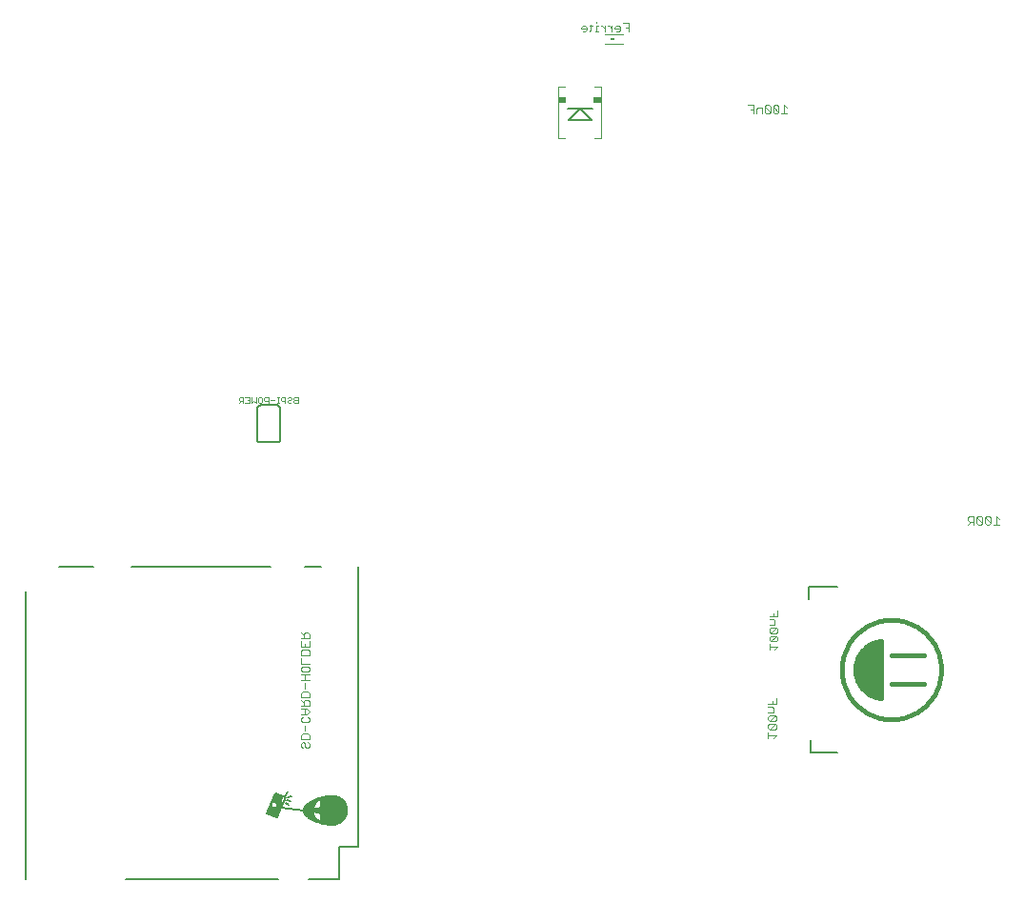
<source format=gbo>
G75*
G70*
%OFA0B0*%
%FSLAX24Y24*%
%IPPOS*%
%LPD*%
%AMOC8*
5,1,8,0,0,1.08239X$1,22.5*
%
%ADD10C,0.0050*%
%ADD11C,0.0080*%
%ADD12C,0.0040*%
%ADD13R,0.0270X0.0210*%
%ADD14C,0.0030*%
%ADD15R,0.0157X0.0079*%
%ADD16C,0.0028*%
%ADD17C,0.0160*%
%ADD18C,0.0060*%
%ADD19C,0.0020*%
D10*
X009350Y003172D02*
X009700Y003022D01*
X009850Y003372D01*
X010000Y003722D01*
X009650Y003872D01*
X009350Y003172D01*
X009390Y003172D02*
X009480Y003412D01*
X009560Y003352D01*
X009640Y003332D01*
X009710Y003382D01*
X009740Y003442D01*
X009730Y003522D01*
X009680Y003572D01*
X009600Y003612D01*
X009550Y003602D01*
X009660Y003842D01*
X009870Y003762D01*
X009790Y003582D01*
X009890Y003522D01*
X009690Y003052D01*
X009690Y003042D01*
X009390Y003172D01*
X009420Y003159D02*
X009736Y003159D01*
X009757Y003208D02*
X009404Y003208D01*
X009422Y003256D02*
X009777Y003256D01*
X009798Y003305D02*
X009440Y003305D01*
X009458Y003353D02*
X009559Y003353D01*
X009494Y003402D02*
X009476Y003402D01*
X009488Y003472D02*
X009490Y003493D01*
X009496Y003512D01*
X009505Y003531D01*
X009517Y003547D01*
X009533Y003561D01*
X009550Y003572D01*
X009569Y003580D01*
X009590Y003584D01*
X009610Y003584D01*
X009631Y003580D01*
X009650Y003572D01*
X009667Y003561D01*
X009683Y003547D01*
X009695Y003531D01*
X009704Y003512D01*
X009710Y003493D01*
X009712Y003472D01*
X009710Y003451D01*
X009704Y003432D01*
X009695Y003413D01*
X009683Y003397D01*
X009667Y003383D01*
X009650Y003372D01*
X009631Y003364D01*
X009610Y003360D01*
X009590Y003360D01*
X009569Y003364D01*
X009550Y003372D01*
X009533Y003383D01*
X009517Y003397D01*
X009505Y003413D01*
X009496Y003432D01*
X009490Y003451D01*
X009488Y003472D01*
X009633Y003596D02*
X009796Y003596D01*
X009820Y003582D02*
X009900Y003762D01*
X009861Y003742D02*
X009614Y003742D01*
X009636Y003790D02*
X009797Y003790D01*
X009840Y003693D02*
X009592Y003693D01*
X009570Y003644D02*
X009818Y003644D01*
X009820Y003582D02*
X009920Y003542D01*
X009880Y003499D02*
X009733Y003499D01*
X009739Y003450D02*
X009860Y003450D01*
X009839Y003402D02*
X009720Y003402D01*
X009670Y003353D02*
X009819Y003353D01*
X009850Y003372D02*
X010650Y003272D01*
X010680Y003256D02*
X010949Y003256D01*
X010970Y003256D02*
X012123Y003256D01*
X012118Y003208D02*
X011217Y003208D01*
X011210Y003222D02*
X011260Y003112D01*
X011280Y002962D01*
X011210Y002862D01*
X011170Y002872D01*
X011460Y002812D01*
X011730Y002802D01*
X011970Y002922D01*
X012110Y003132D01*
X012130Y003332D01*
X012040Y003562D01*
X011850Y003712D01*
X011590Y003752D01*
X011360Y003722D01*
X011180Y003662D01*
X011270Y003642D01*
X011270Y003432D01*
X011230Y003342D01*
X010970Y003292D01*
X010970Y003242D01*
X011210Y003222D01*
X011154Y003204D02*
X010950Y003222D01*
X011008Y003066D01*
X010977Y003062D02*
X010781Y003062D01*
X010760Y003072D02*
X010680Y003212D01*
X010680Y003342D01*
X010740Y003462D01*
X011170Y003682D01*
X010960Y003442D01*
X010940Y003102D01*
X011130Y002892D01*
X011150Y002882D01*
X010760Y003072D01*
X010738Y003110D02*
X010941Y003110D01*
X010944Y003159D02*
X010711Y003159D01*
X010683Y003208D02*
X010947Y003208D01*
X010950Y003222D02*
X010950Y003322D01*
X010979Y003408D01*
X010958Y003402D02*
X010710Y003402D01*
X010734Y003450D02*
X010968Y003450D01*
X011010Y003499D02*
X010812Y003499D01*
X010763Y003495D02*
X010759Y003493D01*
X010907Y003547D02*
X011053Y003547D01*
X011095Y003596D02*
X011002Y003596D01*
X011097Y003644D02*
X011137Y003644D01*
X011175Y003635D02*
X011187Y003639D01*
X011200Y003640D01*
X011213Y003638D01*
X011225Y003632D01*
X011236Y003624D01*
X011243Y003613D01*
X011248Y003601D01*
X011250Y003588D01*
X011250Y003474D01*
X011270Y003450D02*
X012084Y003450D01*
X012103Y003402D02*
X011257Y003402D01*
X011235Y003353D02*
X012122Y003353D01*
X012128Y003305D02*
X011036Y003305D01*
X010952Y003305D02*
X010680Y003305D01*
X010686Y003353D02*
X010955Y003353D01*
X010950Y003322D02*
X011154Y003340D01*
X011174Y003349D01*
X011193Y003360D01*
X011209Y003375D01*
X011223Y003392D01*
X011235Y003410D01*
X011243Y003431D01*
X011248Y003452D01*
X011250Y003474D01*
X011270Y003499D02*
X012065Y003499D01*
X012046Y003547D02*
X011270Y003547D01*
X011270Y003596D02*
X011997Y003596D01*
X011936Y003644D02*
X011259Y003644D01*
X011273Y003693D02*
X011874Y003693D01*
X011658Y003742D02*
X011510Y003742D01*
X011627Y003772D02*
X011650Y003772D01*
X011631Y002772D02*
X011559Y002774D01*
X011488Y002779D01*
X011417Y002787D01*
X011346Y002799D01*
X011277Y002814D01*
X011207Y002833D01*
X011139Y002855D01*
X011072Y002880D01*
X011006Y002908D01*
X010942Y002940D01*
X010879Y002974D01*
X010818Y003011D01*
X010759Y003051D01*
X010881Y003013D02*
X011020Y003013D01*
X010980Y002965D02*
X011064Y002965D01*
X011080Y002916D02*
X011108Y002916D01*
X011187Y002868D02*
X011191Y002868D01*
X011214Y002868D02*
X011862Y002868D01*
X011959Y002916D02*
X011248Y002916D01*
X011250Y002966D02*
X011250Y003070D01*
X011267Y003062D02*
X012064Y003062D01*
X012096Y003110D02*
X011261Y003110D01*
X011163Y002908D02*
X011133Y002921D01*
X011106Y002939D01*
X011080Y002959D01*
X011057Y002982D01*
X011038Y003008D01*
X011021Y003036D01*
X011008Y003066D01*
X011154Y003204D02*
X011174Y003195D01*
X011193Y003184D01*
X011209Y003169D01*
X011223Y003152D01*
X011235Y003134D01*
X011243Y003113D01*
X011248Y003092D01*
X011250Y003070D01*
X011273Y003013D02*
X012031Y003013D01*
X011999Y002965D02*
X011280Y002965D01*
X011251Y002966D02*
X011250Y002952D01*
X011245Y002939D01*
X011238Y002927D01*
X011228Y002917D01*
X011217Y002909D01*
X011204Y002904D01*
X011190Y002902D01*
X011177Y002903D01*
X011163Y002907D01*
X011239Y003159D02*
X012113Y003159D01*
X012150Y003272D02*
X012148Y003316D01*
X012142Y003359D01*
X012133Y003401D01*
X012120Y003443D01*
X012103Y003483D01*
X012083Y003522D01*
X012060Y003559D01*
X012033Y003593D01*
X012004Y003626D01*
X011971Y003655D01*
X011937Y003682D01*
X011900Y003705D01*
X011861Y003725D01*
X011821Y003742D01*
X011779Y003755D01*
X011737Y003764D01*
X011694Y003770D01*
X011650Y003772D01*
X012150Y003272D02*
X012148Y003228D01*
X012142Y003185D01*
X012133Y003143D01*
X012120Y003101D01*
X012103Y003061D01*
X012083Y003022D01*
X012060Y002985D01*
X012033Y002951D01*
X012004Y002918D01*
X011971Y002889D01*
X011937Y002862D01*
X011900Y002839D01*
X011861Y002819D01*
X011821Y002802D01*
X011779Y002789D01*
X011737Y002780D01*
X011694Y002774D01*
X011650Y002772D01*
X011631Y002772D01*
X011765Y002819D02*
X011425Y002819D01*
X010979Y003409D02*
X010993Y003444D01*
X011010Y003479D01*
X011031Y003511D01*
X011055Y003541D01*
X011081Y003569D01*
X011110Y003594D01*
X011142Y003616D01*
X011175Y003635D01*
X010759Y003493D02*
X010734Y003472D01*
X010712Y003449D01*
X010692Y003424D01*
X010676Y003396D01*
X010663Y003367D01*
X010654Y003336D01*
X010648Y003304D01*
X010646Y003272D01*
X010648Y003240D01*
X010654Y003208D01*
X010663Y003177D01*
X010676Y003148D01*
X010692Y003120D01*
X010712Y003095D01*
X010734Y003072D01*
X010759Y003051D01*
X010110Y003452D02*
X010010Y003542D01*
X010040Y003632D02*
X010180Y003612D01*
X010210Y003762D02*
X010070Y003742D01*
X010020Y003802D02*
X010090Y003942D01*
X009669Y003839D02*
X009659Y003839D01*
X009705Y003547D02*
X009848Y003547D01*
X009715Y003110D02*
X009532Y003110D01*
X009644Y003062D02*
X009695Y003062D01*
X010763Y003495D02*
X010821Y003535D01*
X010882Y003572D01*
X010944Y003606D01*
X011008Y003637D01*
X011073Y003665D01*
X011140Y003690D01*
X011207Y003711D01*
X011276Y003730D01*
X011345Y003745D01*
X011415Y003757D01*
X011485Y003765D01*
X011556Y003770D01*
X011627Y003772D01*
X028368Y005287D02*
X028368Y005720D01*
X028368Y005287D02*
X029301Y005287D01*
X028308Y010652D02*
X028308Y011085D01*
X028308Y011114D02*
X029301Y011114D01*
D11*
X000901Y010923D02*
X000901Y000858D01*
X004421Y000858D02*
X009745Y000858D01*
X010821Y000858D02*
X011865Y000858D01*
X011865Y002000D01*
X012554Y002000D01*
X012554Y011803D01*
X011234Y011803D02*
X010661Y011803D01*
X009474Y011803D02*
X004621Y011803D01*
X003274Y011803D02*
X002061Y011803D01*
X019907Y027425D02*
X020694Y027425D01*
X020301Y027828D01*
X019907Y027425D01*
X019871Y027841D02*
X020731Y027841D01*
D12*
X020811Y028591D02*
X021051Y028591D01*
X021051Y026811D01*
X020811Y026811D01*
X019791Y026811D02*
X019551Y026811D01*
X019551Y028591D01*
X019791Y028591D01*
D13*
X019686Y028126D03*
X020916Y028126D03*
D14*
X020930Y030536D02*
X020834Y030536D01*
X020882Y030536D02*
X020882Y030729D01*
X020930Y030729D01*
X021031Y030729D02*
X021079Y030729D01*
X021176Y030633D01*
X021176Y030729D02*
X021176Y030536D01*
X021276Y030729D02*
X021325Y030729D01*
X021421Y030633D01*
X021421Y030729D02*
X021421Y030536D01*
X021523Y030633D02*
X021716Y030633D01*
X021716Y030681D02*
X021668Y030729D01*
X021571Y030729D01*
X021523Y030681D01*
X021523Y030633D01*
X021571Y030536D02*
X021668Y030536D01*
X021716Y030584D01*
X021716Y030681D01*
X021817Y030826D02*
X022011Y030826D01*
X022011Y030536D01*
X022011Y030681D02*
X021914Y030681D01*
X020882Y030826D02*
X020882Y030874D01*
X020734Y030729D02*
X020637Y030729D01*
X020686Y030778D02*
X020686Y030584D01*
X020637Y030536D01*
X020538Y030584D02*
X020538Y030681D01*
X020489Y030729D01*
X020393Y030729D01*
X020344Y030681D01*
X020344Y030633D01*
X020538Y030633D01*
X020538Y030584D02*
X020489Y030536D01*
X020393Y030536D01*
X026177Y027956D02*
X026370Y027956D01*
X026370Y027666D01*
X026472Y027666D02*
X026472Y027811D01*
X026520Y027859D01*
X026665Y027859D01*
X026665Y027666D01*
X026766Y027714D02*
X026815Y027666D01*
X026911Y027666D01*
X026960Y027714D01*
X026766Y027908D01*
X026766Y027714D01*
X026766Y027908D02*
X026815Y027956D01*
X026911Y027956D01*
X026960Y027908D01*
X026960Y027714D01*
X027061Y027714D02*
X027109Y027666D01*
X027206Y027666D01*
X027254Y027714D01*
X027061Y027908D01*
X027061Y027714D01*
X027254Y027714D02*
X027254Y027908D01*
X027206Y027956D01*
X027109Y027956D01*
X027061Y027908D01*
X027356Y027666D02*
X027549Y027666D01*
X027452Y027666D02*
X027452Y027956D01*
X027549Y027859D01*
X026370Y027811D02*
X026274Y027811D01*
X033937Y013566D02*
X033888Y013518D01*
X033888Y013421D01*
X033937Y013373D01*
X034082Y013373D01*
X033985Y013373D02*
X033888Y013276D01*
X034082Y013276D02*
X034082Y013566D01*
X033937Y013566D01*
X034183Y013518D02*
X034376Y013324D01*
X034328Y013276D01*
X034231Y013276D01*
X034183Y013324D01*
X034183Y013518D01*
X034231Y013566D01*
X034328Y013566D01*
X034376Y013518D01*
X034376Y013324D01*
X034478Y013324D02*
X034526Y013276D01*
X034623Y013276D01*
X034671Y013324D01*
X034478Y013518D01*
X034478Y013324D01*
X034671Y013324D02*
X034671Y013518D01*
X034623Y013566D01*
X034526Y013566D01*
X034478Y013518D01*
X034772Y013276D02*
X034966Y013276D01*
X034869Y013276D02*
X034869Y013566D01*
X034966Y013469D01*
X027216Y010265D02*
X027216Y010071D01*
X026926Y010071D01*
X026926Y009970D02*
X027071Y009970D01*
X027119Y009922D01*
X027119Y009776D01*
X026926Y009776D01*
X026974Y009675D02*
X026926Y009627D01*
X026926Y009530D01*
X026974Y009482D01*
X027168Y009675D01*
X026974Y009675D01*
X026974Y009482D02*
X027168Y009482D01*
X027216Y009530D01*
X027216Y009627D01*
X027168Y009675D01*
X027168Y009381D02*
X026974Y009187D01*
X026926Y009236D01*
X026926Y009332D01*
X026974Y009381D01*
X027168Y009381D01*
X027216Y009332D01*
X027216Y009236D01*
X027168Y009187D01*
X026974Y009187D01*
X026926Y009086D02*
X026926Y008893D01*
X026926Y008989D02*
X027216Y008989D01*
X027119Y008893D01*
X027071Y010071D02*
X027071Y010168D01*
X027176Y007185D02*
X027176Y006991D01*
X026886Y006991D01*
X026886Y006890D02*
X027031Y006890D01*
X027079Y006842D01*
X027079Y006696D01*
X026886Y006696D01*
X026934Y006595D02*
X026886Y006547D01*
X026886Y006450D01*
X026934Y006402D01*
X027128Y006595D01*
X026934Y006595D01*
X026934Y006402D02*
X027128Y006402D01*
X027176Y006450D01*
X027176Y006547D01*
X027128Y006595D01*
X027128Y006301D02*
X026934Y006107D01*
X026886Y006156D01*
X026886Y006252D01*
X026934Y006301D01*
X027128Y006301D01*
X027176Y006252D01*
X027176Y006156D01*
X027128Y006107D01*
X026934Y006107D01*
X026886Y006006D02*
X026886Y005813D01*
X026886Y005909D02*
X027176Y005909D01*
X027079Y005813D01*
X027031Y006991D02*
X027031Y007088D01*
X010836Y006939D02*
X010836Y007084D01*
X010788Y007132D01*
X010691Y007132D01*
X010643Y007084D01*
X010643Y006939D01*
X010643Y007036D02*
X010546Y007132D01*
X010546Y007234D02*
X010546Y007379D01*
X010594Y007427D01*
X010788Y007427D01*
X010836Y007379D01*
X010836Y007234D01*
X010546Y007234D01*
X010546Y006939D02*
X010836Y006939D01*
X010739Y006838D02*
X010546Y006838D01*
X010691Y006838D02*
X010691Y006644D01*
X010739Y006644D02*
X010546Y006644D01*
X010594Y006543D02*
X010546Y006495D01*
X010546Y006398D01*
X010594Y006350D01*
X010788Y006350D01*
X010836Y006398D01*
X010836Y006495D01*
X010788Y006543D01*
X010739Y006644D02*
X010836Y006741D01*
X010739Y006838D01*
X010691Y006249D02*
X010691Y006055D01*
X010594Y005954D02*
X010788Y005954D01*
X010836Y005906D01*
X010836Y005760D01*
X010546Y005760D01*
X010546Y005906D01*
X010594Y005954D01*
X010594Y005659D02*
X010546Y005611D01*
X010546Y005514D01*
X010594Y005466D01*
X010691Y005514D02*
X010691Y005611D01*
X010643Y005659D01*
X010594Y005659D01*
X010691Y005514D02*
X010739Y005466D01*
X010788Y005466D01*
X010836Y005514D01*
X010836Y005611D01*
X010788Y005659D01*
X010691Y007528D02*
X010691Y007722D01*
X010691Y007823D02*
X010691Y008016D01*
X010788Y008118D02*
X010594Y008118D01*
X010546Y008166D01*
X010546Y008263D01*
X010594Y008311D01*
X010788Y008311D01*
X010836Y008263D01*
X010836Y008166D01*
X010788Y008118D01*
X010836Y008016D02*
X010546Y008016D01*
X010546Y007823D02*
X010836Y007823D01*
X010836Y008412D02*
X010546Y008412D01*
X010546Y008606D01*
X010546Y008707D02*
X010546Y008852D01*
X010594Y008900D01*
X010788Y008900D01*
X010836Y008852D01*
X010836Y008707D01*
X010546Y008707D01*
X010546Y009002D02*
X010546Y009195D01*
X010546Y009296D02*
X010836Y009296D01*
X010836Y009441D01*
X010788Y009490D01*
X010691Y009490D01*
X010643Y009441D01*
X010643Y009296D01*
X010643Y009393D02*
X010546Y009490D01*
X010836Y009195D02*
X010836Y009002D01*
X010546Y009002D01*
X010691Y009002D02*
X010691Y009098D01*
D15*
X021451Y030261D03*
D16*
X021176Y030418D02*
X021806Y030418D01*
X021806Y030103D02*
X021176Y030103D01*
D17*
X030826Y009201D02*
X030826Y007201D01*
X030326Y007451D01*
X030076Y007951D01*
X030076Y008451D01*
X030326Y008951D01*
X030826Y009201D01*
X030826Y007201D01*
X030826Y007235D02*
X030757Y007235D01*
X030826Y007394D02*
X030440Y007394D01*
X030275Y007552D02*
X030826Y007552D01*
X030826Y007711D02*
X030196Y007711D01*
X030116Y007869D02*
X030826Y007869D01*
X030826Y008028D02*
X030076Y008028D01*
X030076Y008186D02*
X030826Y008186D01*
X030826Y007201D02*
X030765Y007210D01*
X030704Y007224D01*
X030644Y007241D01*
X030586Y007261D01*
X030529Y007286D01*
X030473Y007313D01*
X030420Y007344D01*
X030368Y007379D01*
X030319Y007416D01*
X030271Y007457D01*
X030227Y007500D01*
X030185Y007546D01*
X030146Y007594D01*
X030110Y007645D01*
X030078Y007697D01*
X030049Y007752D01*
X030023Y007808D01*
X030000Y007866D01*
X029981Y007925D01*
X029966Y007986D01*
X029955Y008047D01*
X029947Y008108D01*
X029943Y008170D01*
X029943Y008232D01*
X029947Y008294D01*
X029955Y008355D01*
X029966Y008416D01*
X029981Y008477D01*
X030000Y008536D01*
X030023Y008594D01*
X030049Y008650D01*
X030078Y008705D01*
X030110Y008757D01*
X030146Y008808D01*
X030185Y008856D01*
X030227Y008902D01*
X030271Y008945D01*
X030319Y008986D01*
X030368Y009023D01*
X030420Y009058D01*
X030473Y009089D01*
X030529Y009116D01*
X030586Y009141D01*
X030644Y009161D01*
X030704Y009178D01*
X030765Y009192D01*
X030826Y009201D01*
X030826Y009138D02*
X030700Y009138D01*
X030826Y008979D02*
X030383Y008979D01*
X030261Y008821D02*
X030826Y008821D01*
X030826Y008662D02*
X030181Y008662D01*
X030102Y008504D02*
X030826Y008504D01*
X030826Y008345D02*
X030076Y008345D01*
X029460Y008201D02*
X029462Y008286D01*
X029468Y008372D01*
X029479Y008456D01*
X029493Y008541D01*
X029512Y008624D01*
X029535Y008706D01*
X029562Y008788D01*
X029593Y008867D01*
X029627Y008945D01*
X029666Y009022D01*
X029708Y009096D01*
X029753Y009168D01*
X029803Y009238D01*
X029855Y009305D01*
X029911Y009370D01*
X029970Y009432D01*
X030032Y009491D01*
X030097Y009547D01*
X030164Y009599D01*
X030234Y009649D01*
X030306Y009694D01*
X030380Y009736D01*
X030457Y009775D01*
X030535Y009809D01*
X030614Y009840D01*
X030696Y009867D01*
X030778Y009890D01*
X030861Y009909D01*
X030946Y009923D01*
X031030Y009934D01*
X031116Y009940D01*
X031201Y009942D01*
X031286Y009940D01*
X031372Y009934D01*
X031456Y009923D01*
X031541Y009909D01*
X031624Y009890D01*
X031706Y009867D01*
X031788Y009840D01*
X031867Y009809D01*
X031945Y009775D01*
X032022Y009736D01*
X032096Y009694D01*
X032168Y009649D01*
X032238Y009599D01*
X032305Y009547D01*
X032370Y009491D01*
X032432Y009432D01*
X032491Y009370D01*
X032547Y009305D01*
X032599Y009238D01*
X032649Y009168D01*
X032694Y009096D01*
X032736Y009022D01*
X032775Y008945D01*
X032809Y008867D01*
X032840Y008788D01*
X032867Y008706D01*
X032890Y008624D01*
X032909Y008541D01*
X032923Y008456D01*
X032934Y008372D01*
X032940Y008286D01*
X032942Y008201D01*
X032940Y008116D01*
X032934Y008030D01*
X032923Y007946D01*
X032909Y007861D01*
X032890Y007778D01*
X032867Y007696D01*
X032840Y007614D01*
X032809Y007535D01*
X032775Y007457D01*
X032736Y007380D01*
X032694Y007306D01*
X032649Y007234D01*
X032599Y007164D01*
X032547Y007097D01*
X032491Y007032D01*
X032432Y006970D01*
X032370Y006911D01*
X032305Y006855D01*
X032238Y006803D01*
X032168Y006753D01*
X032096Y006708D01*
X032022Y006666D01*
X031945Y006627D01*
X031867Y006593D01*
X031788Y006562D01*
X031706Y006535D01*
X031624Y006512D01*
X031541Y006493D01*
X031456Y006479D01*
X031372Y006468D01*
X031286Y006462D01*
X031201Y006460D01*
X031116Y006462D01*
X031030Y006468D01*
X030946Y006479D01*
X030861Y006493D01*
X030778Y006512D01*
X030696Y006535D01*
X030614Y006562D01*
X030535Y006593D01*
X030457Y006627D01*
X030380Y006666D01*
X030306Y006708D01*
X030234Y006753D01*
X030164Y006803D01*
X030097Y006855D01*
X030032Y006911D01*
X029970Y006970D01*
X029911Y007032D01*
X029855Y007097D01*
X029803Y007164D01*
X029753Y007234D01*
X029708Y007306D01*
X029666Y007380D01*
X029627Y007457D01*
X029593Y007535D01*
X029562Y007614D01*
X029535Y007696D01*
X029512Y007778D01*
X029493Y007861D01*
X029479Y007946D01*
X029468Y008030D01*
X029462Y008116D01*
X029460Y008201D01*
X031201Y008701D02*
X032326Y008701D01*
X032326Y007701D02*
X031201Y007701D01*
D18*
X009811Y016251D02*
X009811Y017351D01*
X009809Y017368D01*
X009805Y017385D01*
X009798Y017401D01*
X009788Y017415D01*
X009775Y017428D01*
X009761Y017438D01*
X009745Y017445D01*
X009728Y017449D01*
X009711Y017451D01*
X009111Y017451D01*
X009094Y017449D01*
X009077Y017445D01*
X009061Y017438D01*
X009047Y017428D01*
X009034Y017415D01*
X009024Y017401D01*
X009017Y017385D01*
X009013Y017368D01*
X009011Y017351D01*
X009011Y016251D01*
X009013Y016234D01*
X009017Y016217D01*
X009024Y016201D01*
X009034Y016187D01*
X009047Y016174D01*
X009061Y016164D01*
X009077Y016157D01*
X009094Y016153D01*
X009111Y016151D01*
X009711Y016151D01*
X009728Y016153D01*
X009745Y016157D01*
X009761Y016164D01*
X009775Y016174D01*
X009788Y016187D01*
X009798Y016201D01*
X009805Y016217D01*
X009809Y016234D01*
X009811Y016251D01*
D19*
X009768Y017521D02*
X009694Y017521D01*
X009731Y017521D02*
X009731Y017741D01*
X009768Y017741D02*
X009694Y017741D01*
X009621Y017631D02*
X009474Y017631D01*
X009400Y017594D02*
X009289Y017594D01*
X009253Y017631D01*
X009253Y017704D01*
X009289Y017741D01*
X009400Y017741D01*
X009400Y017521D01*
X009179Y017557D02*
X009179Y017704D01*
X009142Y017741D01*
X009068Y017741D01*
X009032Y017704D01*
X009032Y017557D01*
X009068Y017521D01*
X009142Y017521D01*
X009179Y017557D01*
X008958Y017521D02*
X008884Y017594D01*
X008811Y017521D01*
X008811Y017741D01*
X008737Y017741D02*
X008737Y017521D01*
X008590Y017521D01*
X008516Y017521D02*
X008516Y017741D01*
X008406Y017741D01*
X008369Y017704D01*
X008369Y017631D01*
X008406Y017594D01*
X008516Y017594D01*
X008442Y017594D02*
X008369Y017521D01*
X008590Y017741D02*
X008737Y017741D01*
X008737Y017631D02*
X008663Y017631D01*
X008958Y017741D02*
X008958Y017521D01*
X009842Y017631D02*
X009879Y017594D01*
X009989Y017594D01*
X009989Y017521D02*
X009989Y017741D01*
X009879Y017741D01*
X009842Y017704D01*
X009842Y017631D01*
X010063Y017594D02*
X010063Y017557D01*
X010100Y017521D01*
X010173Y017521D01*
X010210Y017557D01*
X010284Y017557D02*
X010321Y017521D01*
X010431Y017521D01*
X010431Y017741D01*
X010321Y017741D01*
X010284Y017704D01*
X010284Y017668D01*
X010321Y017631D01*
X010431Y017631D01*
X010321Y017631D02*
X010284Y017594D01*
X010284Y017557D01*
X010210Y017668D02*
X010173Y017631D01*
X010100Y017631D01*
X010063Y017594D01*
X010063Y017704D02*
X010100Y017741D01*
X010173Y017741D01*
X010210Y017704D01*
X010210Y017668D01*
M02*

</source>
